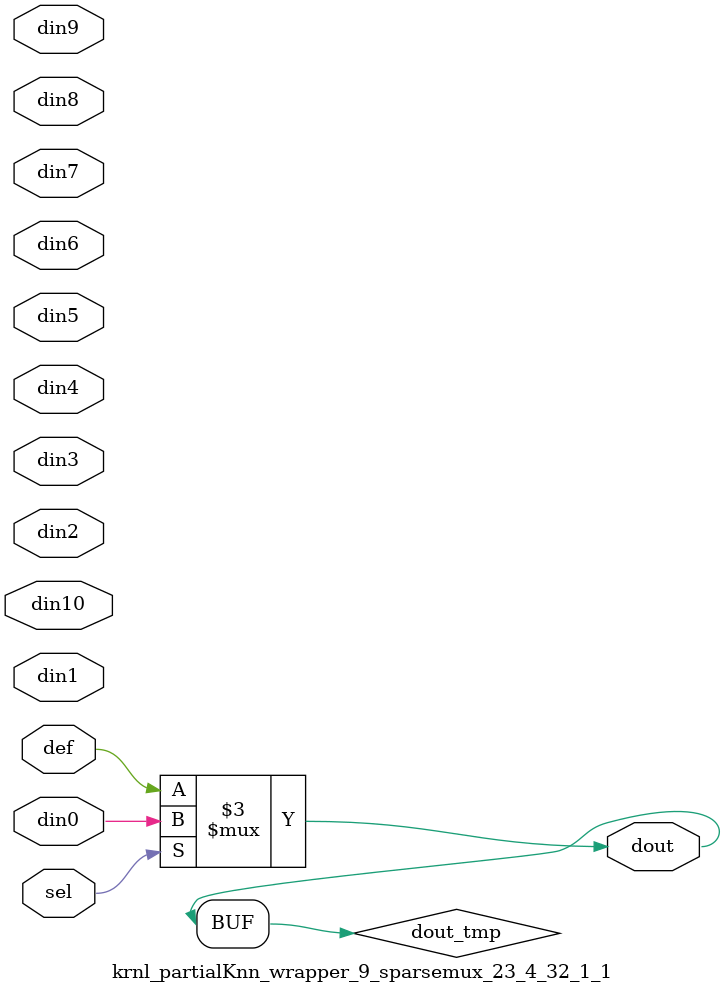
<source format=v>
`timescale 1ns / 1ps

module krnl_partialKnn_wrapper_9_sparsemux_23_4_32_1_1 (din0,din1,din2,din3,din4,din5,din6,din7,din8,din9,din10,def,sel,dout);

parameter din0_WIDTH = 1;

parameter din1_WIDTH = 1;

parameter din2_WIDTH = 1;

parameter din3_WIDTH = 1;

parameter din4_WIDTH = 1;

parameter din5_WIDTH = 1;

parameter din6_WIDTH = 1;

parameter din7_WIDTH = 1;

parameter din8_WIDTH = 1;

parameter din9_WIDTH = 1;

parameter din10_WIDTH = 1;

parameter def_WIDTH = 1;
parameter sel_WIDTH = 1;
parameter dout_WIDTH = 1;

parameter [sel_WIDTH-1:0] CASE0 = 1;

parameter [sel_WIDTH-1:0] CASE1 = 1;

parameter [sel_WIDTH-1:0] CASE2 = 1;

parameter [sel_WIDTH-1:0] CASE3 = 1;

parameter [sel_WIDTH-1:0] CASE4 = 1;

parameter [sel_WIDTH-1:0] CASE5 = 1;

parameter [sel_WIDTH-1:0] CASE6 = 1;

parameter [sel_WIDTH-1:0] CASE7 = 1;

parameter [sel_WIDTH-1:0] CASE8 = 1;

parameter [sel_WIDTH-1:0] CASE9 = 1;

parameter [sel_WIDTH-1:0] CASE10 = 1;

parameter ID = 1;
parameter NUM_STAGE = 1;



input [din0_WIDTH-1:0] din0;

input [din1_WIDTH-1:0] din1;

input [din2_WIDTH-1:0] din2;

input [din3_WIDTH-1:0] din3;

input [din4_WIDTH-1:0] din4;

input [din5_WIDTH-1:0] din5;

input [din6_WIDTH-1:0] din6;

input [din7_WIDTH-1:0] din7;

input [din8_WIDTH-1:0] din8;

input [din9_WIDTH-1:0] din9;

input [din10_WIDTH-1:0] din10;

input [def_WIDTH-1:0] def;
input [sel_WIDTH-1:0] sel;

output [dout_WIDTH-1:0] dout;



reg [dout_WIDTH-1:0] dout_tmp;

always @ (*) begin
case (sel)
    
    CASE0 : dout_tmp = din0;
    
    CASE1 : dout_tmp = din1;
    
    CASE2 : dout_tmp = din2;
    
    CASE3 : dout_tmp = din3;
    
    CASE4 : dout_tmp = din4;
    
    CASE5 : dout_tmp = din5;
    
    CASE6 : dout_tmp = din6;
    
    CASE7 : dout_tmp = din7;
    
    CASE8 : dout_tmp = din8;
    
    CASE9 : dout_tmp = din9;
    
    CASE10 : dout_tmp = din10;
    
    default : dout_tmp = def;
endcase
end


assign dout = dout_tmp;



endmodule

</source>
